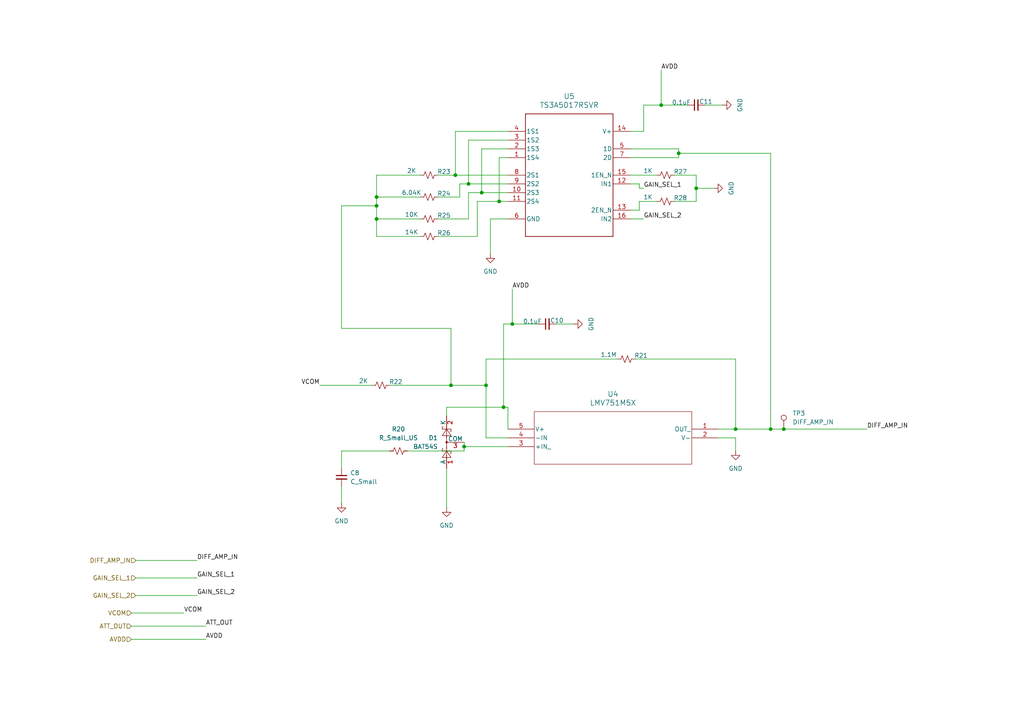
<source format=kicad_sch>
(kicad_sch (version 20231120) (generator "eeschema") (generator_version "8.0")
  (paper "A4")
  (lib_symbols
    (symbol "Connector:TestPoint" (pin_numbers hide) (pin_names (offset 0.762) hide)
      (property "Reference" "TP" (at 0 6.858 0))
      (property "Value" "TestPoint" (at 0 5.08 0))
      (symbol "TestPoint_0_1"
        (circle (center 0 3.302) (radius 0.762))
      )
      (symbol "TestPoint_1_1"
        (pin passive line (at 0 0 90) (length 2.54) (name "1") (number "1"))
      )
    )
    (symbol "Device:C_Small" (pin_numbers hide) (pin_names (offset 0.254) hide)
      (property "Reference" "C" (at 0.254 1.778 0))
      (property "Value" "C_Small" (at 0.254 -2.032 0))
      (symbol "C_Small_0_1"
        (polyline (pts (xy -1.524 -0.508) (xy 1.524 -0.508)) (stroke (width 0.3302)))
        (polyline (pts (xy -1.524 0.508) (xy 1.524 0.508)) (stroke (width 0.3048)))
      )
      (symbol "C_Small_1_1"
        (pin passive line (at 0 2.54 270) (length 2.032) (name "~") (number "1"))
        (pin passive line (at 0 -2.54 90) (length 2.032) (name "~") (number "2"))
      )
    )
    (symbol "Device:R_Small_US" (pin_numbers hide) (pin_names (offset 0.254) hide)
      (property "Reference" "R" (at 0.762 0.508 0))
      (property "Value" "R_Small_US" (at 0.762 -1.016 0))
      (symbol "R_Small_US_1_1"
        (polyline (pts (xy 0 0) (xy 1.016 -0.381) (xy 0 -0.762) (xy -1.016 -1.143) (xy 0 -1.524)))
        (polyline (pts (xy 0 1.524) (xy 1.016 1.143) (xy 0 0.762) (xy -1.016 0.381) (xy 0 0)))
        (pin passive line (at 0 2.54 270) (length 1.016) (name "~") (number "1"))
        (pin passive line (at 0 -2.54 90) (length 1.016) (name "~") (number "2"))
      )
    )
    (symbol "Diode:BAT54S" (pin_names (offset 0))
      (property "Reference" "D" (at 2.54 -5.08 0))
      (property "Value" "BAT54S" (at -6.35 3.175 0))
      (symbol "BAT54S_0_1"
        (polyline (pts (xy -3.81 0) (xy -1.27 0)))
        (polyline (pts (xy -3.175 -1.27) (xy -3.175 -1.016)))
        (polyline (pts (xy -2.54 -1.27) (xy -3.175 -1.27)))
        (polyline (pts (xy -2.54 -1.27) (xy -2.54 1.27)))
        (polyline (pts (xy -2.54 1.27) (xy -1.905 1.27)))
        (polyline (pts (xy -1.905 0) (xy 1.905 0)))
        (polyline (pts (xy -1.905 1.27) (xy -1.905 1.016)))
        (polyline (pts (xy 1.27 0) (xy 3.81 0)))
        (polyline (pts (xy 3.175 -1.27) (xy 3.175 -1.016)))
        (polyline (pts (xy 3.81 -1.27) (xy 3.175 -1.27)))
        (polyline (pts (xy 3.81 -1.27) (xy 3.81 1.27)))
        (polyline (pts (xy 3.81 1.27) (xy 4.445 1.27)))
        (polyline (pts (xy 4.445 1.27) (xy 4.445 1.016)))
        (polyline (pts (xy -4.445 1.27) (xy -4.445 -1.27) (xy -2.54 0) (xy -4.445 1.27)))
        (polyline (pts (xy 1.905 1.27) (xy 1.905 -1.27) (xy 3.81 0) (xy 1.905 1.27)))
        (circle (center 0 0) (radius 0.254) (fill (type outline)))
      )
      (symbol "BAT54S_1_1"
        (pin passive line (at -7.62 0 0) (length 3.81) (name "A") (number "1"))
        (pin passive line (at 7.62 0 180) (length 3.81) (name "K") (number "2"))
        (pin passive line (at 0 -5.08 90) (length 5.08) (name "COM") (number "3"))
      )
    )
    (symbol "Project Symbol Library:LMV751M5X" (pin_names (offset 0.254))
      (property "Reference" "U" (at 30.48 10.16 0))
      (property "Value" "LMV751M5X" (at 30.48 7.62 0))
      (symbol "LMV751M5X_0_1"
        (polyline (pts (xy 7.62 -10.16) (xy 53.34 -10.16)) (stroke (width 0.127)))
        (polyline (pts (xy 7.62 5.08) (xy 7.62 -10.16)) (stroke (width 0.127)))
        (polyline (pts (xy 53.34 -10.16) (xy 53.34 5.08)) (stroke (width 0.127)))
        (polyline (pts (xy 53.34 5.08) (xy 7.62 5.08)) (stroke (width 0.127)))
        (pin output line (at 0 0 0) (length 7.62) (name "OUT_") (number "1"))
        (pin passive line (at 0 -2.54 0) (length 7.62) (name "V-") (number "2"))
        (pin input line (at 60.96 -5.08 180) (length 7.62) (name "+IN_") (number "3"))
        (pin input line (at 60.96 -2.54 180) (length 7.62) (name "-IN") (number "4"))
        (pin passive line (at 60.96 0 180) (length 7.62) (name "V+") (number "5"))
      )
    )
    (symbol "Project Symbol Library:TS3A5017RSVR" (pin_names (offset 0.254))
      (property "Reference" "U" (at 0 2.54 0))
      (property "Value" "TS3A5017RSVR" (at 0 0 0))
      (symbol "TS3A5017RSVR_0_1"
        (polyline (pts (xy -12.7 -17.78) (xy 12.7 -17.78)) (stroke (width 0.2032)))
        (polyline (pts (xy -12.7 17.78) (xy -12.7 -17.78)) (stroke (width 0.2032)))
        (polyline (pts (xy 12.7 -17.78) (xy 12.7 17.78)) (stroke (width 0.2032)))
        (polyline (pts (xy 12.7 17.78) (xy -12.7 17.78)) (stroke (width 0.2032)))
        (pin bidirectional line (at 17.78 5.08 180) (length 5.08) (name "1S4") (number "1"))
        (pin bidirectional line (at 17.78 -5.08 180) (length 5.08) (name "2S3") (number "10"))
        (pin bidirectional line (at 17.78 -7.62 180) (length 5.08) (name "2S4") (number "11"))
        (pin input line (at -17.78 -2.54 0) (length 5.08) (name "IN1") (number "12"))
        (pin input line (at -17.78 -10.16 0) (length 5.08) (name "2EN_N") (number "13"))
        (pin power_in line (at -17.78 12.7 0) (length 5.08) (name "V+") (number "14"))
        (pin input line (at -17.78 0 0) (length 5.08) (name "1EN_N") (number "15"))
        (pin input line (at -17.78 -12.7 0) (length 5.08) (name "IN2") (number "16"))
        (pin bidirectional line (at 17.78 7.62 180) (length 5.08) (name "1S3") (number "2"))
        (pin bidirectional line (at 17.78 10.16 180) (length 5.08) (name "1S2") (number "3"))
        (pin bidirectional line (at 17.78 12.7 180) (length 5.08) (name "1S1") (number "4"))
        (pin bidirectional line (at -17.78 7.62 0) (length 5.08) (name "1D") (number "5"))
        (pin power_in line (at 17.78 -12.7 180) (length 5.08) (name "GND") (number "6"))
        (pin bidirectional line (at -17.78 5.08 0) (length 5.08) (name "2D") (number "7"))
        (pin bidirectional line (at 17.78 0 180) (length 5.08) (name "2S1") (number "8"))
        (pin bidirectional line (at 17.78 -2.54 180) (length 5.08) (name "2S2") (number "9"))
      )
    )
    (symbol "power:GND" (power) (pin_numbers hide) (pin_names (offset 0) hide)
      (property "Value" "GND" (at 0 -3.81 0))
      (symbol "GND_0_1"
        (polyline (pts (xy 0 0) (xy 0 -1.27) (xy 1.27 -1.27) (xy 0 -2.54) (xy -1.27 -1.27) (xy 0 -1.27)))
      )
      (symbol "GND_1_1"
        (pin power_in line (at 0 0 270) (length 0) (name "~") (number "1"))
      )
    )
  )
  (junction (at 146.05 118.11))
  (junction (at 109.22 57.15))
  (junction (at 191.77 30.48))
  (junction (at 139.7 55.88))
  (junction (at 213.36 124.46))
  (junction (at 201.93 54.61))
  (junction (at 109.22 63.5))
  (junction (at 140.97 111.76))
  (junction (at 144.78 58.42))
  (junction (at 148.59 93.98))
  (junction (at 134.62 129.54))
  (junction (at 109.22 59.69))
  (junction (at 227.33 124.46))
  (junction (at 196.85 44.45))
  (junction (at 223.52 124.46))
  (junction (at 130.81 111.76))
  (junction (at 132.08 50.8))
  (junction (at 135.89 53.34))
  (wire (pts (xy 195.58 50.8) (xy 201.93 50.8)))
  (wire (pts (xy 38.1 181.61) (xy 59.69 181.61)))
  (wire (pts (xy 99.06 146.05) (xy 99.06 140.97)))
  (wire (pts (xy 130.81 111.76) (xy 130.81 95.25)))
  (wire (pts (xy 186.69 30.48) (xy 191.77 30.48)))
  (wire (pts (xy 109.22 50.8) (xy 109.22 57.15)))
  (wire (pts (xy 182.88 63.5) (xy 186.69 63.5)))
  (wire (pts (xy 186.69 38.1) (xy 186.69 30.48)))
  (wire (pts (xy 138.43 58.42) (xy 144.78 58.42)))
  (wire (pts (xy 130.81 95.25) (xy 99.06 95.25)))
  (wire (pts (xy 129.54 135.89) (xy 129.54 147.32)))
  (wire (pts (xy 182.88 45.72) (xy 196.85 45.72)))
  (wire (pts (xy 140.97 104.14) (xy 140.97 111.76)))
  (wire (pts (xy 134.62 129.54) (xy 147.32 129.54)))
  (wire (pts (xy 92.71 111.76) (xy 107.95 111.76)))
  (wire (pts (xy 113.03 111.76) (xy 130.81 111.76)))
  (wire (pts (xy 196.85 44.45) (xy 223.52 44.45)))
  (wire (pts (xy 213.36 104.14) (xy 184.15 104.14)))
  (wire (pts (xy 146.05 93.98) (xy 148.59 93.98)))
  (wire (pts (xy 144.78 58.42) (xy 147.32 58.42)))
  (wire (pts (xy 132.08 38.1) (xy 132.08 50.8)))
  (wire (pts (xy 148.59 83.82) (xy 148.59 93.98)))
  (wire (pts (xy 140.97 111.76) (xy 140.97 127)))
  (wire (pts (xy 185.42 54.61) (xy 186.69 54.61)))
  (wire (pts (xy 185.42 54.61) (xy 185.42 53.34)))
  (wire (pts (xy 121.92 50.8) (xy 109.22 50.8)))
  (wire (pts (xy 191.77 20.32) (xy 191.77 30.48)))
  (wire (pts (xy 213.36 127) (xy 208.28 127)))
  (wire (pts (xy 196.85 44.45) (xy 196.85 45.72)))
  (wire (pts (xy 201.93 50.8) (xy 201.93 54.61)))
  (wire (pts (xy 185.42 60.96) (xy 182.88 60.96)))
  (wire (pts (xy 147.32 124.46) (xy 147.32 118.11)))
  (wire (pts (xy 144.78 45.72) (xy 144.78 58.42)))
  (wire (pts (xy 142.24 63.5) (xy 142.24 73.66)))
  (wire (pts (xy 134.62 129.54) (xy 134.62 130.81)))
  (wire (pts (xy 146.05 118.11) (xy 129.54 118.11)))
  (wire (pts (xy 127 63.5) (xy 135.89 63.5)))
  (wire (pts (xy 121.92 63.5) (xy 109.22 63.5)))
  (wire (pts (xy 209.55 30.48) (xy 204.47 30.48)))
  (wire (pts (xy 213.36 124.46) (xy 223.52 124.46)))
  (wire (pts (xy 147.32 38.1) (xy 132.08 38.1)))
  (wire (pts (xy 109.22 68.58) (xy 109.22 63.5)))
  (wire (pts (xy 166.37 93.98) (xy 161.29 93.98)))
  (wire (pts (xy 196.85 43.18) (xy 196.85 44.45)))
  (wire (pts (xy 148.59 93.98) (xy 156.21 93.98)))
  (wire (pts (xy 99.06 130.81) (xy 113.03 130.81)))
  (wire (pts (xy 132.08 50.8) (xy 147.32 50.8)))
  (wire (pts (xy 134.62 128.27) (xy 134.62 129.54)))
  (wire (pts (xy 38.1 177.8) (xy 53.34 177.8)))
  (wire (pts (xy 109.22 63.5) (xy 109.22 59.69)))
  (wire (pts (xy 135.89 40.64) (xy 135.89 53.34)))
  (wire (pts (xy 130.81 111.76) (xy 140.97 111.76)))
  (wire (pts (xy 139.7 55.88) (xy 147.32 55.88)))
  (wire (pts (xy 182.88 50.8) (xy 190.5 50.8)))
  (wire (pts (xy 39.37 172.72) (xy 57.15 172.72)))
  (wire (pts (xy 99.06 95.25) (xy 99.06 59.69)))
  (wire (pts (xy 109.22 59.69) (xy 109.22 57.15)))
  (wire (pts (xy 227.33 124.46) (xy 251.46 124.46)))
  (wire (pts (xy 38.1 185.42) (xy 59.69 185.42)))
  (wire (pts (xy 182.88 43.18) (xy 196.85 43.18)))
  (wire (pts (xy 185.42 53.34) (xy 182.88 53.34)))
  (wire (pts (xy 147.32 45.72) (xy 144.78 45.72)))
  (wire (pts (xy 185.42 58.42) (xy 190.5 58.42)))
  (wire (pts (xy 213.36 124.46) (xy 213.36 104.14)))
  (wire (pts (xy 223.52 124.46) (xy 227.33 124.46)))
  (wire (pts (xy 213.36 127) (xy 213.36 130.81)))
  (wire (pts (xy 207.01 54.61) (xy 201.93 54.61)))
  (wire (pts (xy 133.35 57.15) (xy 133.35 53.34)))
  (wire (pts (xy 147.32 40.64) (xy 135.89 40.64)))
  (wire (pts (xy 127 57.15) (xy 133.35 57.15)))
  (wire (pts (xy 39.37 162.56) (xy 57.15 162.56)))
  (wire (pts (xy 133.35 53.34) (xy 135.89 53.34)))
  (wire (pts (xy 140.97 127) (xy 147.32 127)))
  (wire (pts (xy 147.32 43.18) (xy 139.7 43.18)))
  (wire (pts (xy 223.52 44.45) (xy 223.52 124.46)))
  (wire (pts (xy 129.54 118.11) (xy 129.54 120.65)))
  (wire (pts (xy 185.42 58.42) (xy 185.42 60.96)))
  (wire (pts (xy 139.7 43.18) (xy 139.7 55.88)))
  (wire (pts (xy 121.92 68.58) (xy 109.22 68.58)))
  (wire (pts (xy 135.89 63.5) (xy 135.89 55.88)))
  (wire (pts (xy 99.06 59.69) (xy 109.22 59.69)))
  (wire (pts (xy 135.89 53.34) (xy 147.32 53.34)))
  (wire (pts (xy 127 68.58) (xy 138.43 68.58)))
  (wire (pts (xy 138.43 68.58) (xy 138.43 58.42)))
  (wire (pts (xy 135.89 55.88) (xy 139.7 55.88)))
  (wire (pts (xy 191.77 30.48) (xy 199.39 30.48)))
  (wire (pts (xy 201.93 54.61) (xy 201.93 58.42)))
  (wire (pts (xy 39.37 167.64) (xy 57.15 167.64)))
  (wire (pts (xy 208.28 124.46) (xy 213.36 124.46)))
  (wire (pts (xy 195.58 58.42) (xy 201.93 58.42)))
  (wire (pts (xy 179.07 104.14) (xy 140.97 104.14)))
  (wire (pts (xy 142.24 63.5) (xy 147.32 63.5)))
  (wire (pts (xy 147.32 118.11) (xy 146.05 118.11)))
  (wire (pts (xy 109.22 57.15) (xy 121.92 57.15)))
  (wire (pts (xy 146.05 93.98) (xy 146.05 118.11)))
  (wire (pts (xy 127 50.8) (xy 132.08 50.8)))
  (wire (pts (xy 134.62 130.81) (xy 118.11 130.81)))
  (wire (pts (xy 186.69 38.1) (xy 182.88 38.1)))
  (wire (pts (xy 99.06 135.89) (xy 99.06 130.81)))
  (label "GAIN_SEL_1" (at 57.15 167.64 0))
  (label "DIFF_AMP_IN" (at 57.15 162.56 0))
  (label "AVDD" (at 59.69 185.42 0))
  (label "VCOM" (at 92.71 111.76 180))
  (label "GAIN_SEL_2" (at 186.69 63.5 0))
  (label "DIFF_AMP_IN" (at 251.46 124.46 0))
  (label "AVDD" (at 148.59 83.82 0))
  (label "GAIN_SEL_1" (at 186.69 54.61 0))
  (label "VCOM" (at 53.34 177.8 0))
  (label "GAIN_SEL_2" (at 57.15 172.72 0))
  (label "ATT_OUT" (at 59.69 181.61 0))
  (label "AVDD" (at 191.77 20.32 0))
  (hierarchical_label "AVDD" (shape input) (at 38.1 185.42 180))
  (hierarchical_label "GAIN_SEL_2" (shape input) (at 39.37 172.72 180))
  (hierarchical_label "GAIN_SEL_1" (shape input) (at 39.37 167.64 180))
  (hierarchical_label "ATT_OUT" (shape input) (at 38.1 181.61 180))
  (hierarchical_label "VCOM" (shape input) (at 38.1 177.8 180))
  (hierarchical_label "DIFF_AMP_IN" (shape input) (at 39.37 162.56 180))
  (symbol (lib_id "power:GND") (at 166.37 93.98 90) (unit 1)
    (property "Reference" "#PWR019" (effects (hide yes)))
    (property "Value" "GND" (at 171.45 93.98 0))
    (property "Description" "Power symbol creates a global label with name \"GND\" , ground" (effects (hide yes)))
  )
  (symbol (lib_id "Device:R_Small_US") (at 193.04 50.8 90) (unit 1)
    (property "Reference" "R27" (at 197.358 49.784 90))
    (property "Value" "1K" (at 187.96 49.53 90))
    (property "Description" "Resistor, small US symbol" (effects (hide yes)))
  )
  (symbol (lib_id "Device:R_Small_US") (at 193.04 58.42 90) (unit 1)
    (property "Reference" "R28" (at 197.358 57.404 90))
    (property "Value" "1K" (at 187.96 57.15 90))
    (property "Description" "Resistor, small US symbol" (effects (hide yes)))
  )
  (symbol (lib_id "Diode:BAT54S") (at 129.54 128.27 90) (unit 1)
    (property "Reference" "D1" (at 127 126.9999 90) (effects (justify left)))
    (property "Value" "BAT54S" (at 127 129.5399 90) (effects (justify left)))
    (property "Footprint" "Package_TO_SOT_SMD:SOT-23" (effects (hide yes)))
    (property "Datasheet" "https://www.diodes.com/assets/Datasheets/ds11005.pdf" (effects (hide yes)))
    (property "Description" "Vr 30V, If 200mA, Dual schottky barrier diode, in series, SOT-323" (effects (hide yes)))
  )
  (symbol (lib_id "Device:C_Small") (at 99.06 138.43 0) (unit 1)
    (property "Reference" "C8" (at 101.6 137.1662 0) (effects (justify left)))
    (property "Value" "C_Small" (at 101.6 139.7062 0) (effects (justify left)))
    (property "Description" "Unpolarized capacitor, small symbol" (effects (hide yes)))
  )
  (symbol (lib_id "Project Symbol Library:LMV751M5X") (at 208.28 124.46 0) (mirror y) (unit 1)
    (property "Reference" "U4" (at 177.8 114.3 0) (effects (font (size 1.524 1.524))))
    (property "Value" "LMV751M5X" (at 177.8 116.84 0) (effects (font (size 1.524 1.524))))
    (property "Footprint" "MF05A_TEX" (effects (hide yes)))
    (property "Datasheet" "LMV751M5X" (effects (hide yes)))
  )
  (symbol (lib_id "power:GND") (at 213.36 130.81 0) (unit 1)
    (property "Reference" "#PWR020" (effects (hide yes)))
    (property "Value" "GND" (at 213.36 135.89 0))
    (property "Description" "Power symbol creates a global label with name \"GND\" , ground" (effects (hide yes)))
  )
  (symbol (lib_id "Device:C_Small") (at 158.75 93.98 90) (unit 1)
    (property "Reference" "C10" (at 161.544 92.964 90))
    (property "Value" "0.1uF" (at 154.432 93.218 90))
    (property "Description" "Unpolarized capacitor, small symbol" (effects (hide yes)))
  )
  (symbol (lib_id "power:GND") (at 99.06 146.05 0) (unit 1)
    (property "Reference" "#PWR016" (effects (hide yes)))
    (property "Value" "GND" (at 99.06 151.13 0))
    (property "Description" "Power symbol creates a global label with name \"GND\" , ground" (effects (hide yes)))
  )
  (symbol (lib_id "power:GND") (at 142.24 73.66 0) (unit 1)
    (property "Reference" "#PWR021" (effects (hide yes)))
    (property "Value" "GND" (at 142.24 78.74 0))
    (property "Description" "Power symbol creates a global label with name \"GND\" , ground" (effects (hide yes)))
  )
  (symbol (lib_id "Connector:TestPoint") (at 227.33 124.46 0) (unit 1)
    (property "Reference" "TP3" (at 229.87 119.8879 0) (effects (justify left)))
    (property "Value" "DIFF_AMP_IN" (at 229.87 122.4279 0) (effects (justify left)))
    (property "Description" "test point" (effects (hide yes)))
  )
  (symbol (lib_id "Device:R_Small_US") (at 124.46 57.15 90) (unit 1)
    (property "Reference" "R24" (at 128.778 56.134 90))
    (property "Value" "6.04K" (at 119.38 55.88 90))
    (property "Description" "Resistor, small US symbol" (effects (hide yes)))
  )
  (symbol (lib_id "power:GND") (at 209.55 30.48 90) (unit 1)
    (property "Reference" "#PWR022" (effects (hide yes)))
    (property "Value" "GND" (at 214.63 30.48 0))
    (property "Description" "Power symbol creates a global label with name \"GND\" , ground" (effects (hide yes)))
  )
  (symbol (lib_id "Device:R_Small_US") (at 124.46 63.5 90) (unit 1)
    (property "Reference" "R25" (at 128.778 62.484 90))
    (property "Value" "10K" (at 119.38 62.23 90))
    (property "Description" "Resistor, small US symbol" (effects (hide yes)))
  )
  (symbol (lib_id "power:GND") (at 207.01 54.61 90) (unit 1)
    (property "Reference" "#PWR023" (effects (hide yes)))
    (property "Value" "GND" (at 212.09 54.61 0))
    (property "Description" "Power symbol creates a global label with name \"GND\" , ground" (effects (hide yes)))
  )
  (symbol (lib_id "Device:R_Small_US") (at 124.46 50.8 90) (unit 1)
    (property "Reference" "R23" (at 128.778 49.784 90))
    (property "Value" "2K" (at 119.38 49.53 90))
    (property "Description" "Resistor, small US symbol" (effects (hide yes)))
  )
  (symbol (lib_id "Device:R_Small_US") (at 110.49 111.76 90) (unit 1)
    (property "Reference" "R22" (at 114.808 110.744 90))
    (property "Value" "2K" (at 105.41 110.49 90))
    (property "Description" "Resistor, small US symbol" (effects (hide yes)))
  )
  (symbol (lib_id "Project Symbol Library:TS3A5017RSVR") (at 165.1 50.8 0) (mirror y) (unit 1)
    (property "Reference" "U5" (at 165.1 27.94 0) (effects (font (size 1.524 1.524))))
    (property "Value" "TS3A5017RSVR" (at 165.1 30.48 0) (effects (font (size 1.524 1.524))))
    (property "Footprint" "RSV0016A" (effects (hide yes)))
    (property "Datasheet" "TS3A5017RSVR" (effects (hide yes)))
  )
  (symbol (lib_id "Device:C_Small") (at 201.93 30.48 90) (unit 1)
    (property "Reference" "C11" (at 204.724 29.464 90))
    (property "Value" "0.1uF" (at 197.612 29.718 90))
    (property "Description" "Unpolarized capacitor, small symbol" (effects (hide yes)))
  )
  (symbol (lib_id "Device:R_Small_US") (at 124.46 68.58 90) (unit 1)
    (property "Reference" "R26" (at 128.778 67.564 90))
    (property "Value" "14K" (at 119.38 67.31 90))
    (property "Description" "Resistor, small US symbol" (effects (hide yes)))
  )
  (symbol (lib_id "Device:R_Small_US") (at 115.57 130.81 90) (unit 1)
    (property "Reference" "R20" (at 115.57 124.46 90))
    (property "Value" "R_Small_US" (at 115.57 127 90))
    (property "Description" "Resistor, small US symbol" (effects (hide yes)))
  )
  (symbol (lib_id "power:GND") (at 129.54 147.32 0) (unit 1)
    (property "Reference" "#PWR018" (effects (hide yes)))
    (property "Value" "GND" (at 129.54 152.4 0))
    (property "Description" "Power symbol creates a global label with name \"GND\" , ground" (effects (hide yes)))
  )
  (symbol (lib_id "Device:R_Small_US") (at 181.61 104.14 90) (unit 1)
    (property "Reference" "R21" (at 185.928 103.124 90))
    (property "Value" "1.1M" (at 176.53 102.87 90))
    (property "Description" "Resistor, small US symbol" (effects (hide yes)))
  )
)
</source>
